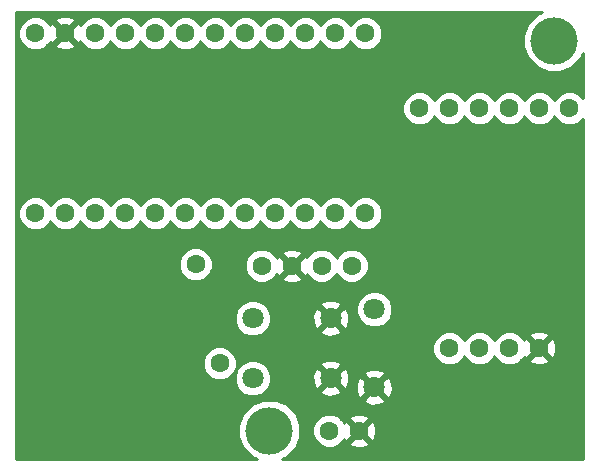
<source format=gbr>
G04 #@! TF.FileFunction,Copper,L2,Bot,Signal*
%FSLAX46Y46*%
G04 Gerber Fmt 4.6, Leading zero omitted, Abs format (unit mm)*
G04 Created by KiCad (PCBNEW 4.0.5+dfsg1-4) date Sun Aug 27 14:42:39 2017*
%MOMM*%
%LPD*%
G01*
G04 APERTURE LIST*
%ADD10C,0.100000*%
%ADD11C,1.600000*%
%ADD12C,1.800000*%
%ADD13C,4.000000*%
%ADD14C,0.254000*%
G04 APERTURE END LIST*
D10*
D11*
X208915000Y-115570000D03*
X211455000Y-115570000D03*
X213995000Y-115570000D03*
X216535000Y-115570000D03*
X213995000Y-95250000D03*
X216535000Y-95250000D03*
X219075000Y-95250000D03*
X208915000Y-95250000D03*
X206375000Y-95250000D03*
X211455000Y-95250000D03*
X187452000Y-108458000D03*
X189484000Y-116840000D03*
D12*
X198882000Y-118110000D03*
X192278000Y-118110000D03*
D11*
X201803000Y-104140000D03*
X199263000Y-104140000D03*
X201803000Y-88900000D03*
X196723000Y-104140000D03*
X194183000Y-104140000D03*
X191643000Y-104140000D03*
X189103000Y-104140000D03*
X186563000Y-104140000D03*
X184023000Y-104140000D03*
X181483000Y-104140000D03*
X178943000Y-104140000D03*
X176403000Y-104140000D03*
X173863000Y-104140000D03*
X199263000Y-88900000D03*
X196723000Y-88900000D03*
X194183000Y-88900000D03*
X191643000Y-88900000D03*
X189103000Y-88900000D03*
X186563000Y-88900000D03*
X184023000Y-88900000D03*
X181483000Y-88900000D03*
X178943000Y-88900000D03*
X176403000Y-88900000D03*
X173863000Y-88900000D03*
D12*
X198882000Y-113030000D03*
X192278000Y-113030000D03*
X202565000Y-112268000D03*
X202565000Y-118872000D03*
D11*
X201295000Y-122555000D03*
X198755000Y-122555000D03*
X195580000Y-108585000D03*
X198120000Y-108585000D03*
X193040000Y-108585000D03*
X200660000Y-108585000D03*
D13*
X193675000Y-122555000D03*
X217805000Y-89535000D03*
D14*
G36*
X216314342Y-87299853D02*
X215572458Y-88040443D01*
X215170458Y-89008567D01*
X215169543Y-90056834D01*
X215569853Y-91025658D01*
X216310443Y-91767542D01*
X217278567Y-92169542D01*
X218326834Y-92170457D01*
X219295658Y-91770147D01*
X220037542Y-91029557D01*
X220218000Y-90594966D01*
X220218000Y-94363827D01*
X219888923Y-94034176D01*
X219361691Y-93815250D01*
X218790813Y-93814752D01*
X218263200Y-94032757D01*
X217859176Y-94436077D01*
X217805138Y-94566215D01*
X217752243Y-94438200D01*
X217348923Y-94034176D01*
X216821691Y-93815250D01*
X216250813Y-93814752D01*
X215723200Y-94032757D01*
X215319176Y-94436077D01*
X215265138Y-94566215D01*
X215212243Y-94438200D01*
X214808923Y-94034176D01*
X214281691Y-93815250D01*
X213710813Y-93814752D01*
X213183200Y-94032757D01*
X212779176Y-94436077D01*
X212725138Y-94566215D01*
X212672243Y-94438200D01*
X212268923Y-94034176D01*
X211741691Y-93815250D01*
X211170813Y-93814752D01*
X210643200Y-94032757D01*
X210239176Y-94436077D01*
X210185138Y-94566215D01*
X210132243Y-94438200D01*
X209728923Y-94034176D01*
X209201691Y-93815250D01*
X208630813Y-93814752D01*
X208103200Y-94032757D01*
X207699176Y-94436077D01*
X207645138Y-94566215D01*
X207592243Y-94438200D01*
X207188923Y-94034176D01*
X206661691Y-93815250D01*
X206090813Y-93814752D01*
X205563200Y-94032757D01*
X205159176Y-94436077D01*
X204940250Y-94963309D01*
X204939752Y-95534187D01*
X205157757Y-96061800D01*
X205561077Y-96465824D01*
X206088309Y-96684750D01*
X206659187Y-96685248D01*
X207186800Y-96467243D01*
X207590824Y-96063923D01*
X207644862Y-95933785D01*
X207697757Y-96061800D01*
X208101077Y-96465824D01*
X208628309Y-96684750D01*
X209199187Y-96685248D01*
X209726800Y-96467243D01*
X210130824Y-96063923D01*
X210184862Y-95933785D01*
X210237757Y-96061800D01*
X210641077Y-96465824D01*
X211168309Y-96684750D01*
X211739187Y-96685248D01*
X212266800Y-96467243D01*
X212670824Y-96063923D01*
X212724862Y-95933785D01*
X212777757Y-96061800D01*
X213181077Y-96465824D01*
X213708309Y-96684750D01*
X214279187Y-96685248D01*
X214806800Y-96467243D01*
X215210824Y-96063923D01*
X215264862Y-95933785D01*
X215317757Y-96061800D01*
X215721077Y-96465824D01*
X216248309Y-96684750D01*
X216819187Y-96685248D01*
X217346800Y-96467243D01*
X217750824Y-96063923D01*
X217804862Y-95933785D01*
X217857757Y-96061800D01*
X218261077Y-96465824D01*
X218788309Y-96684750D01*
X219359187Y-96685248D01*
X219886800Y-96467243D01*
X220218000Y-96136620D01*
X220218000Y-124968000D01*
X194735221Y-124968000D01*
X195165658Y-124790147D01*
X195907542Y-124049557D01*
X196309542Y-123081433D01*
X196309753Y-122839187D01*
X197319752Y-122839187D01*
X197537757Y-123366800D01*
X197941077Y-123770824D01*
X198468309Y-123989750D01*
X199039187Y-123990248D01*
X199566800Y-123772243D01*
X199776663Y-123562745D01*
X200466861Y-123562745D01*
X200540995Y-123808864D01*
X201078223Y-124001965D01*
X201648454Y-123974778D01*
X202049005Y-123808864D01*
X202123139Y-123562745D01*
X201295000Y-122734605D01*
X200466861Y-123562745D01*
X199776663Y-123562745D01*
X199970824Y-123368923D01*
X200018448Y-123254232D01*
X200041136Y-123309005D01*
X200287255Y-123383139D01*
X201115395Y-122555000D01*
X201474605Y-122555000D01*
X202302745Y-123383139D01*
X202548864Y-123309005D01*
X202741965Y-122771777D01*
X202714778Y-122201546D01*
X202548864Y-121800995D01*
X202302745Y-121726861D01*
X201474605Y-122555000D01*
X201115395Y-122555000D01*
X200287255Y-121726861D01*
X200041136Y-121800995D01*
X200020195Y-121859254D01*
X199972243Y-121743200D01*
X199776640Y-121547255D01*
X200466861Y-121547255D01*
X201295000Y-122375395D01*
X202123139Y-121547255D01*
X202049005Y-121301136D01*
X201511777Y-121108035D01*
X200941546Y-121135222D01*
X200540995Y-121301136D01*
X200466861Y-121547255D01*
X199776640Y-121547255D01*
X199568923Y-121339176D01*
X199041691Y-121120250D01*
X198470813Y-121119752D01*
X197943200Y-121337757D01*
X197539176Y-121741077D01*
X197320250Y-122268309D01*
X197319752Y-122839187D01*
X196309753Y-122839187D01*
X196310457Y-122033166D01*
X195910147Y-121064342D01*
X195169557Y-120322458D01*
X194277778Y-119952159D01*
X201664446Y-119952159D01*
X201750852Y-120208643D01*
X202324336Y-120418458D01*
X202934460Y-120392839D01*
X203379148Y-120208643D01*
X203465554Y-119952159D01*
X202565000Y-119051605D01*
X201664446Y-119952159D01*
X194277778Y-119952159D01*
X194201433Y-119920458D01*
X193153166Y-119919543D01*
X192184342Y-120319853D01*
X191442458Y-121060443D01*
X191040458Y-122028567D01*
X191039543Y-123076834D01*
X191439853Y-124045658D01*
X192180443Y-124787542D01*
X192615034Y-124968000D01*
X172212000Y-124968000D01*
X172212000Y-118413991D01*
X190742735Y-118413991D01*
X190975932Y-118978371D01*
X191407357Y-119410551D01*
X191971330Y-119644733D01*
X192581991Y-119645265D01*
X193146371Y-119412068D01*
X193368668Y-119190159D01*
X197981446Y-119190159D01*
X198067852Y-119446643D01*
X198641336Y-119656458D01*
X199251460Y-119630839D01*
X199696148Y-119446643D01*
X199782554Y-119190159D01*
X198882000Y-118289605D01*
X197981446Y-119190159D01*
X193368668Y-119190159D01*
X193578551Y-118980643D01*
X193812733Y-118416670D01*
X193813209Y-117869336D01*
X197335542Y-117869336D01*
X197361161Y-118479460D01*
X197545357Y-118924148D01*
X197801841Y-119010554D01*
X198702395Y-118110000D01*
X199061605Y-118110000D01*
X199962159Y-119010554D01*
X200218643Y-118924148D01*
X200325771Y-118631336D01*
X201018542Y-118631336D01*
X201044161Y-119241460D01*
X201228357Y-119686148D01*
X201484841Y-119772554D01*
X202385395Y-118872000D01*
X202744605Y-118872000D01*
X203645159Y-119772554D01*
X203901643Y-119686148D01*
X204111458Y-119112664D01*
X204085839Y-118502540D01*
X203901643Y-118057852D01*
X203645159Y-117971446D01*
X202744605Y-118872000D01*
X202385395Y-118872000D01*
X201484841Y-117971446D01*
X201228357Y-118057852D01*
X201018542Y-118631336D01*
X200325771Y-118631336D01*
X200428458Y-118350664D01*
X200404994Y-117791841D01*
X201664446Y-117791841D01*
X202565000Y-118692395D01*
X203465554Y-117791841D01*
X203379148Y-117535357D01*
X202805664Y-117325542D01*
X202195540Y-117351161D01*
X201750852Y-117535357D01*
X201664446Y-117791841D01*
X200404994Y-117791841D01*
X200402839Y-117740540D01*
X200218643Y-117295852D01*
X199962159Y-117209446D01*
X199061605Y-118110000D01*
X198702395Y-118110000D01*
X197801841Y-117209446D01*
X197545357Y-117295852D01*
X197335542Y-117869336D01*
X193813209Y-117869336D01*
X193813265Y-117806009D01*
X193580068Y-117241629D01*
X193368650Y-117029841D01*
X197981446Y-117029841D01*
X198882000Y-117930395D01*
X199782554Y-117029841D01*
X199696148Y-116773357D01*
X199122664Y-116563542D01*
X198512540Y-116589161D01*
X198067852Y-116773357D01*
X197981446Y-117029841D01*
X193368650Y-117029841D01*
X193148643Y-116809449D01*
X192584670Y-116575267D01*
X191974009Y-116574735D01*
X191409629Y-116807932D01*
X190977449Y-117239357D01*
X190743267Y-117803330D01*
X190742735Y-118413991D01*
X172212000Y-118413991D01*
X172212000Y-117124187D01*
X188048752Y-117124187D01*
X188266757Y-117651800D01*
X188670077Y-118055824D01*
X189197309Y-118274750D01*
X189768187Y-118275248D01*
X190295800Y-118057243D01*
X190699824Y-117653923D01*
X190918750Y-117126691D01*
X190919248Y-116555813D01*
X190701243Y-116028200D01*
X190527534Y-115854187D01*
X207479752Y-115854187D01*
X207697757Y-116381800D01*
X208101077Y-116785824D01*
X208628309Y-117004750D01*
X209199187Y-117005248D01*
X209726800Y-116787243D01*
X210130824Y-116383923D01*
X210184862Y-116253785D01*
X210237757Y-116381800D01*
X210641077Y-116785824D01*
X211168309Y-117004750D01*
X211739187Y-117005248D01*
X212266800Y-116787243D01*
X212670824Y-116383923D01*
X212724862Y-116253785D01*
X212777757Y-116381800D01*
X213181077Y-116785824D01*
X213708309Y-117004750D01*
X214279187Y-117005248D01*
X214806800Y-116787243D01*
X215016663Y-116577745D01*
X215706861Y-116577745D01*
X215780995Y-116823864D01*
X216318223Y-117016965D01*
X216888454Y-116989778D01*
X217289005Y-116823864D01*
X217363139Y-116577745D01*
X216535000Y-115749605D01*
X215706861Y-116577745D01*
X215016663Y-116577745D01*
X215210824Y-116383923D01*
X215258448Y-116269232D01*
X215281136Y-116324005D01*
X215527255Y-116398139D01*
X216355395Y-115570000D01*
X216714605Y-115570000D01*
X217542745Y-116398139D01*
X217788864Y-116324005D01*
X217981965Y-115786777D01*
X217954778Y-115216546D01*
X217788864Y-114815995D01*
X217542745Y-114741861D01*
X216714605Y-115570000D01*
X216355395Y-115570000D01*
X215527255Y-114741861D01*
X215281136Y-114815995D01*
X215260195Y-114874254D01*
X215212243Y-114758200D01*
X215016640Y-114562255D01*
X215706861Y-114562255D01*
X216535000Y-115390395D01*
X217363139Y-114562255D01*
X217289005Y-114316136D01*
X216751777Y-114123035D01*
X216181546Y-114150222D01*
X215780995Y-114316136D01*
X215706861Y-114562255D01*
X215016640Y-114562255D01*
X214808923Y-114354176D01*
X214281691Y-114135250D01*
X213710813Y-114134752D01*
X213183200Y-114352757D01*
X212779176Y-114756077D01*
X212725138Y-114886215D01*
X212672243Y-114758200D01*
X212268923Y-114354176D01*
X211741691Y-114135250D01*
X211170813Y-114134752D01*
X210643200Y-114352757D01*
X210239176Y-114756077D01*
X210185138Y-114886215D01*
X210132243Y-114758200D01*
X209728923Y-114354176D01*
X209201691Y-114135250D01*
X208630813Y-114134752D01*
X208103200Y-114352757D01*
X207699176Y-114756077D01*
X207480250Y-115283309D01*
X207479752Y-115854187D01*
X190527534Y-115854187D01*
X190297923Y-115624176D01*
X189770691Y-115405250D01*
X189199813Y-115404752D01*
X188672200Y-115622757D01*
X188268176Y-116026077D01*
X188049250Y-116553309D01*
X188048752Y-117124187D01*
X172212000Y-117124187D01*
X172212000Y-113333991D01*
X190742735Y-113333991D01*
X190975932Y-113898371D01*
X191407357Y-114330551D01*
X191971330Y-114564733D01*
X192581991Y-114565265D01*
X193146371Y-114332068D01*
X193368668Y-114110159D01*
X197981446Y-114110159D01*
X198067852Y-114366643D01*
X198641336Y-114576458D01*
X199251460Y-114550839D01*
X199696148Y-114366643D01*
X199782554Y-114110159D01*
X198882000Y-113209605D01*
X197981446Y-114110159D01*
X193368668Y-114110159D01*
X193578551Y-113900643D01*
X193812733Y-113336670D01*
X193813209Y-112789336D01*
X197335542Y-112789336D01*
X197361161Y-113399460D01*
X197545357Y-113844148D01*
X197801841Y-113930554D01*
X198702395Y-113030000D01*
X199061605Y-113030000D01*
X199962159Y-113930554D01*
X200218643Y-113844148D01*
X200428458Y-113270664D01*
X200402839Y-112660540D01*
X200366161Y-112571991D01*
X201029735Y-112571991D01*
X201262932Y-113136371D01*
X201694357Y-113568551D01*
X202258330Y-113802733D01*
X202868991Y-113803265D01*
X203433371Y-113570068D01*
X203865551Y-113138643D01*
X204099733Y-112574670D01*
X204100265Y-111964009D01*
X203867068Y-111399629D01*
X203435643Y-110967449D01*
X202871670Y-110733267D01*
X202261009Y-110732735D01*
X201696629Y-110965932D01*
X201264449Y-111397357D01*
X201030267Y-111961330D01*
X201029735Y-112571991D01*
X200366161Y-112571991D01*
X200218643Y-112215852D01*
X199962159Y-112129446D01*
X199061605Y-113030000D01*
X198702395Y-113030000D01*
X197801841Y-112129446D01*
X197545357Y-112215852D01*
X197335542Y-112789336D01*
X193813209Y-112789336D01*
X193813265Y-112726009D01*
X193580068Y-112161629D01*
X193368650Y-111949841D01*
X197981446Y-111949841D01*
X198882000Y-112850395D01*
X199782554Y-111949841D01*
X199696148Y-111693357D01*
X199122664Y-111483542D01*
X198512540Y-111509161D01*
X198067852Y-111693357D01*
X197981446Y-111949841D01*
X193368650Y-111949841D01*
X193148643Y-111729449D01*
X192584670Y-111495267D01*
X191974009Y-111494735D01*
X191409629Y-111727932D01*
X190977449Y-112159357D01*
X190743267Y-112723330D01*
X190742735Y-113333991D01*
X172212000Y-113333991D01*
X172212000Y-108742187D01*
X186016752Y-108742187D01*
X186234757Y-109269800D01*
X186638077Y-109673824D01*
X187165309Y-109892750D01*
X187736187Y-109893248D01*
X188263800Y-109675243D01*
X188667824Y-109271923D01*
X188835054Y-108869187D01*
X191604752Y-108869187D01*
X191822757Y-109396800D01*
X192226077Y-109800824D01*
X192753309Y-110019750D01*
X193324187Y-110020248D01*
X193851800Y-109802243D01*
X194061663Y-109592745D01*
X194751861Y-109592745D01*
X194825995Y-109838864D01*
X195363223Y-110031965D01*
X195933454Y-110004778D01*
X196334005Y-109838864D01*
X196408139Y-109592745D01*
X195580000Y-108764605D01*
X194751861Y-109592745D01*
X194061663Y-109592745D01*
X194255824Y-109398923D01*
X194303448Y-109284232D01*
X194326136Y-109339005D01*
X194572255Y-109413139D01*
X195400395Y-108585000D01*
X195759605Y-108585000D01*
X196587745Y-109413139D01*
X196833864Y-109339005D01*
X196854805Y-109280746D01*
X196902757Y-109396800D01*
X197306077Y-109800824D01*
X197833309Y-110019750D01*
X198404187Y-110020248D01*
X198931800Y-109802243D01*
X199335824Y-109398923D01*
X199389862Y-109268785D01*
X199442757Y-109396800D01*
X199846077Y-109800824D01*
X200373309Y-110019750D01*
X200944187Y-110020248D01*
X201471800Y-109802243D01*
X201875824Y-109398923D01*
X202094750Y-108871691D01*
X202095248Y-108300813D01*
X201877243Y-107773200D01*
X201473923Y-107369176D01*
X200946691Y-107150250D01*
X200375813Y-107149752D01*
X199848200Y-107367757D01*
X199444176Y-107771077D01*
X199390138Y-107901215D01*
X199337243Y-107773200D01*
X198933923Y-107369176D01*
X198406691Y-107150250D01*
X197835813Y-107149752D01*
X197308200Y-107367757D01*
X196904176Y-107771077D01*
X196856552Y-107885768D01*
X196833864Y-107830995D01*
X196587745Y-107756861D01*
X195759605Y-108585000D01*
X195400395Y-108585000D01*
X194572255Y-107756861D01*
X194326136Y-107830995D01*
X194305195Y-107889254D01*
X194257243Y-107773200D01*
X194061640Y-107577255D01*
X194751861Y-107577255D01*
X195580000Y-108405395D01*
X196408139Y-107577255D01*
X196334005Y-107331136D01*
X195796777Y-107138035D01*
X195226546Y-107165222D01*
X194825995Y-107331136D01*
X194751861Y-107577255D01*
X194061640Y-107577255D01*
X193853923Y-107369176D01*
X193326691Y-107150250D01*
X192755813Y-107149752D01*
X192228200Y-107367757D01*
X191824176Y-107771077D01*
X191605250Y-108298309D01*
X191604752Y-108869187D01*
X188835054Y-108869187D01*
X188886750Y-108744691D01*
X188887248Y-108173813D01*
X188669243Y-107646200D01*
X188265923Y-107242176D01*
X187738691Y-107023250D01*
X187167813Y-107022752D01*
X186640200Y-107240757D01*
X186236176Y-107644077D01*
X186017250Y-108171309D01*
X186016752Y-108742187D01*
X172212000Y-108742187D01*
X172212000Y-104424187D01*
X172427752Y-104424187D01*
X172645757Y-104951800D01*
X173049077Y-105355824D01*
X173576309Y-105574750D01*
X174147187Y-105575248D01*
X174674800Y-105357243D01*
X175078824Y-104953923D01*
X175132862Y-104823785D01*
X175185757Y-104951800D01*
X175589077Y-105355824D01*
X176116309Y-105574750D01*
X176687187Y-105575248D01*
X177214800Y-105357243D01*
X177618824Y-104953923D01*
X177672862Y-104823785D01*
X177725757Y-104951800D01*
X178129077Y-105355824D01*
X178656309Y-105574750D01*
X179227187Y-105575248D01*
X179754800Y-105357243D01*
X180158824Y-104953923D01*
X180212862Y-104823785D01*
X180265757Y-104951800D01*
X180669077Y-105355824D01*
X181196309Y-105574750D01*
X181767187Y-105575248D01*
X182294800Y-105357243D01*
X182698824Y-104953923D01*
X182752862Y-104823785D01*
X182805757Y-104951800D01*
X183209077Y-105355824D01*
X183736309Y-105574750D01*
X184307187Y-105575248D01*
X184834800Y-105357243D01*
X185238824Y-104953923D01*
X185292862Y-104823785D01*
X185345757Y-104951800D01*
X185749077Y-105355824D01*
X186276309Y-105574750D01*
X186847187Y-105575248D01*
X187374800Y-105357243D01*
X187778824Y-104953923D01*
X187832862Y-104823785D01*
X187885757Y-104951800D01*
X188289077Y-105355824D01*
X188816309Y-105574750D01*
X189387187Y-105575248D01*
X189914800Y-105357243D01*
X190318824Y-104953923D01*
X190372862Y-104823785D01*
X190425757Y-104951800D01*
X190829077Y-105355824D01*
X191356309Y-105574750D01*
X191927187Y-105575248D01*
X192454800Y-105357243D01*
X192858824Y-104953923D01*
X192912862Y-104823785D01*
X192965757Y-104951800D01*
X193369077Y-105355824D01*
X193896309Y-105574750D01*
X194467187Y-105575248D01*
X194994800Y-105357243D01*
X195398824Y-104953923D01*
X195452862Y-104823785D01*
X195505757Y-104951800D01*
X195909077Y-105355824D01*
X196436309Y-105574750D01*
X197007187Y-105575248D01*
X197534800Y-105357243D01*
X197938824Y-104953923D01*
X197992862Y-104823785D01*
X198045757Y-104951800D01*
X198449077Y-105355824D01*
X198976309Y-105574750D01*
X199547187Y-105575248D01*
X200074800Y-105357243D01*
X200478824Y-104953923D01*
X200532862Y-104823785D01*
X200585757Y-104951800D01*
X200989077Y-105355824D01*
X201516309Y-105574750D01*
X202087187Y-105575248D01*
X202614800Y-105357243D01*
X203018824Y-104953923D01*
X203237750Y-104426691D01*
X203238248Y-103855813D01*
X203020243Y-103328200D01*
X202616923Y-102924176D01*
X202089691Y-102705250D01*
X201518813Y-102704752D01*
X200991200Y-102922757D01*
X200587176Y-103326077D01*
X200533138Y-103456215D01*
X200480243Y-103328200D01*
X200076923Y-102924176D01*
X199549691Y-102705250D01*
X198978813Y-102704752D01*
X198451200Y-102922757D01*
X198047176Y-103326077D01*
X197993138Y-103456215D01*
X197940243Y-103328200D01*
X197536923Y-102924176D01*
X197009691Y-102705250D01*
X196438813Y-102704752D01*
X195911200Y-102922757D01*
X195507176Y-103326077D01*
X195453138Y-103456215D01*
X195400243Y-103328200D01*
X194996923Y-102924176D01*
X194469691Y-102705250D01*
X193898813Y-102704752D01*
X193371200Y-102922757D01*
X192967176Y-103326077D01*
X192913138Y-103456215D01*
X192860243Y-103328200D01*
X192456923Y-102924176D01*
X191929691Y-102705250D01*
X191358813Y-102704752D01*
X190831200Y-102922757D01*
X190427176Y-103326077D01*
X190373138Y-103456215D01*
X190320243Y-103328200D01*
X189916923Y-102924176D01*
X189389691Y-102705250D01*
X188818813Y-102704752D01*
X188291200Y-102922757D01*
X187887176Y-103326077D01*
X187833138Y-103456215D01*
X187780243Y-103328200D01*
X187376923Y-102924176D01*
X186849691Y-102705250D01*
X186278813Y-102704752D01*
X185751200Y-102922757D01*
X185347176Y-103326077D01*
X185293138Y-103456215D01*
X185240243Y-103328200D01*
X184836923Y-102924176D01*
X184309691Y-102705250D01*
X183738813Y-102704752D01*
X183211200Y-102922757D01*
X182807176Y-103326077D01*
X182753138Y-103456215D01*
X182700243Y-103328200D01*
X182296923Y-102924176D01*
X181769691Y-102705250D01*
X181198813Y-102704752D01*
X180671200Y-102922757D01*
X180267176Y-103326077D01*
X180213138Y-103456215D01*
X180160243Y-103328200D01*
X179756923Y-102924176D01*
X179229691Y-102705250D01*
X178658813Y-102704752D01*
X178131200Y-102922757D01*
X177727176Y-103326077D01*
X177673138Y-103456215D01*
X177620243Y-103328200D01*
X177216923Y-102924176D01*
X176689691Y-102705250D01*
X176118813Y-102704752D01*
X175591200Y-102922757D01*
X175187176Y-103326077D01*
X175133138Y-103456215D01*
X175080243Y-103328200D01*
X174676923Y-102924176D01*
X174149691Y-102705250D01*
X173578813Y-102704752D01*
X173051200Y-102922757D01*
X172647176Y-103326077D01*
X172428250Y-103853309D01*
X172427752Y-104424187D01*
X172212000Y-104424187D01*
X172212000Y-89184187D01*
X172427752Y-89184187D01*
X172645757Y-89711800D01*
X173049077Y-90115824D01*
X173576309Y-90334750D01*
X174147187Y-90335248D01*
X174674800Y-90117243D01*
X174884663Y-89907745D01*
X175574861Y-89907745D01*
X175648995Y-90153864D01*
X176186223Y-90346965D01*
X176756454Y-90319778D01*
X177157005Y-90153864D01*
X177231139Y-89907745D01*
X176403000Y-89079605D01*
X175574861Y-89907745D01*
X174884663Y-89907745D01*
X175078824Y-89713923D01*
X175126448Y-89599232D01*
X175149136Y-89654005D01*
X175395255Y-89728139D01*
X176223395Y-88900000D01*
X176582605Y-88900000D01*
X177410745Y-89728139D01*
X177656864Y-89654005D01*
X177677805Y-89595746D01*
X177725757Y-89711800D01*
X178129077Y-90115824D01*
X178656309Y-90334750D01*
X179227187Y-90335248D01*
X179754800Y-90117243D01*
X180158824Y-89713923D01*
X180212862Y-89583785D01*
X180265757Y-89711800D01*
X180669077Y-90115824D01*
X181196309Y-90334750D01*
X181767187Y-90335248D01*
X182294800Y-90117243D01*
X182698824Y-89713923D01*
X182752862Y-89583785D01*
X182805757Y-89711800D01*
X183209077Y-90115824D01*
X183736309Y-90334750D01*
X184307187Y-90335248D01*
X184834800Y-90117243D01*
X185238824Y-89713923D01*
X185292862Y-89583785D01*
X185345757Y-89711800D01*
X185749077Y-90115824D01*
X186276309Y-90334750D01*
X186847187Y-90335248D01*
X187374800Y-90117243D01*
X187778824Y-89713923D01*
X187832862Y-89583785D01*
X187885757Y-89711800D01*
X188289077Y-90115824D01*
X188816309Y-90334750D01*
X189387187Y-90335248D01*
X189914800Y-90117243D01*
X190318824Y-89713923D01*
X190372862Y-89583785D01*
X190425757Y-89711800D01*
X190829077Y-90115824D01*
X191356309Y-90334750D01*
X191927187Y-90335248D01*
X192454800Y-90117243D01*
X192858824Y-89713923D01*
X192912862Y-89583785D01*
X192965757Y-89711800D01*
X193369077Y-90115824D01*
X193896309Y-90334750D01*
X194467187Y-90335248D01*
X194994800Y-90117243D01*
X195398824Y-89713923D01*
X195452862Y-89583785D01*
X195505757Y-89711800D01*
X195909077Y-90115824D01*
X196436309Y-90334750D01*
X197007187Y-90335248D01*
X197534800Y-90117243D01*
X197938824Y-89713923D01*
X197992862Y-89583785D01*
X198045757Y-89711800D01*
X198449077Y-90115824D01*
X198976309Y-90334750D01*
X199547187Y-90335248D01*
X200074800Y-90117243D01*
X200478824Y-89713923D01*
X200532862Y-89583785D01*
X200585757Y-89711800D01*
X200989077Y-90115824D01*
X201516309Y-90334750D01*
X202087187Y-90335248D01*
X202614800Y-90117243D01*
X203018824Y-89713923D01*
X203237750Y-89186691D01*
X203238248Y-88615813D01*
X203020243Y-88088200D01*
X202616923Y-87684176D01*
X202089691Y-87465250D01*
X201518813Y-87464752D01*
X200991200Y-87682757D01*
X200587176Y-88086077D01*
X200533138Y-88216215D01*
X200480243Y-88088200D01*
X200076923Y-87684176D01*
X199549691Y-87465250D01*
X198978813Y-87464752D01*
X198451200Y-87682757D01*
X198047176Y-88086077D01*
X197993138Y-88216215D01*
X197940243Y-88088200D01*
X197536923Y-87684176D01*
X197009691Y-87465250D01*
X196438813Y-87464752D01*
X195911200Y-87682757D01*
X195507176Y-88086077D01*
X195453138Y-88216215D01*
X195400243Y-88088200D01*
X194996923Y-87684176D01*
X194469691Y-87465250D01*
X193898813Y-87464752D01*
X193371200Y-87682757D01*
X192967176Y-88086077D01*
X192913138Y-88216215D01*
X192860243Y-88088200D01*
X192456923Y-87684176D01*
X191929691Y-87465250D01*
X191358813Y-87464752D01*
X190831200Y-87682757D01*
X190427176Y-88086077D01*
X190373138Y-88216215D01*
X190320243Y-88088200D01*
X189916923Y-87684176D01*
X189389691Y-87465250D01*
X188818813Y-87464752D01*
X188291200Y-87682757D01*
X187887176Y-88086077D01*
X187833138Y-88216215D01*
X187780243Y-88088200D01*
X187376923Y-87684176D01*
X186849691Y-87465250D01*
X186278813Y-87464752D01*
X185751200Y-87682757D01*
X185347176Y-88086077D01*
X185293138Y-88216215D01*
X185240243Y-88088200D01*
X184836923Y-87684176D01*
X184309691Y-87465250D01*
X183738813Y-87464752D01*
X183211200Y-87682757D01*
X182807176Y-88086077D01*
X182753138Y-88216215D01*
X182700243Y-88088200D01*
X182296923Y-87684176D01*
X181769691Y-87465250D01*
X181198813Y-87464752D01*
X180671200Y-87682757D01*
X180267176Y-88086077D01*
X180213138Y-88216215D01*
X180160243Y-88088200D01*
X179756923Y-87684176D01*
X179229691Y-87465250D01*
X178658813Y-87464752D01*
X178131200Y-87682757D01*
X177727176Y-88086077D01*
X177679552Y-88200768D01*
X177656864Y-88145995D01*
X177410745Y-88071861D01*
X176582605Y-88900000D01*
X176223395Y-88900000D01*
X175395255Y-88071861D01*
X175149136Y-88145995D01*
X175128195Y-88204254D01*
X175080243Y-88088200D01*
X174884640Y-87892255D01*
X175574861Y-87892255D01*
X176403000Y-88720395D01*
X177231139Y-87892255D01*
X177157005Y-87646136D01*
X176619777Y-87453035D01*
X176049546Y-87480222D01*
X175648995Y-87646136D01*
X175574861Y-87892255D01*
X174884640Y-87892255D01*
X174676923Y-87684176D01*
X174149691Y-87465250D01*
X173578813Y-87464752D01*
X173051200Y-87682757D01*
X172647176Y-88086077D01*
X172428250Y-88613309D01*
X172427752Y-89184187D01*
X172212000Y-89184187D01*
X172212000Y-87122000D01*
X216744779Y-87122000D01*
X216314342Y-87299853D01*
X216314342Y-87299853D01*
G37*
X216314342Y-87299853D02*
X215572458Y-88040443D01*
X215170458Y-89008567D01*
X215169543Y-90056834D01*
X215569853Y-91025658D01*
X216310443Y-91767542D01*
X217278567Y-92169542D01*
X218326834Y-92170457D01*
X219295658Y-91770147D01*
X220037542Y-91029557D01*
X220218000Y-90594966D01*
X220218000Y-94363827D01*
X219888923Y-94034176D01*
X219361691Y-93815250D01*
X218790813Y-93814752D01*
X218263200Y-94032757D01*
X217859176Y-94436077D01*
X217805138Y-94566215D01*
X217752243Y-94438200D01*
X217348923Y-94034176D01*
X216821691Y-93815250D01*
X216250813Y-93814752D01*
X215723200Y-94032757D01*
X215319176Y-94436077D01*
X215265138Y-94566215D01*
X215212243Y-94438200D01*
X214808923Y-94034176D01*
X214281691Y-93815250D01*
X213710813Y-93814752D01*
X213183200Y-94032757D01*
X212779176Y-94436077D01*
X212725138Y-94566215D01*
X212672243Y-94438200D01*
X212268923Y-94034176D01*
X211741691Y-93815250D01*
X211170813Y-93814752D01*
X210643200Y-94032757D01*
X210239176Y-94436077D01*
X210185138Y-94566215D01*
X210132243Y-94438200D01*
X209728923Y-94034176D01*
X209201691Y-93815250D01*
X208630813Y-93814752D01*
X208103200Y-94032757D01*
X207699176Y-94436077D01*
X207645138Y-94566215D01*
X207592243Y-94438200D01*
X207188923Y-94034176D01*
X206661691Y-93815250D01*
X206090813Y-93814752D01*
X205563200Y-94032757D01*
X205159176Y-94436077D01*
X204940250Y-94963309D01*
X204939752Y-95534187D01*
X205157757Y-96061800D01*
X205561077Y-96465824D01*
X206088309Y-96684750D01*
X206659187Y-96685248D01*
X207186800Y-96467243D01*
X207590824Y-96063923D01*
X207644862Y-95933785D01*
X207697757Y-96061800D01*
X208101077Y-96465824D01*
X208628309Y-96684750D01*
X209199187Y-96685248D01*
X209726800Y-96467243D01*
X210130824Y-96063923D01*
X210184862Y-95933785D01*
X210237757Y-96061800D01*
X210641077Y-96465824D01*
X211168309Y-96684750D01*
X211739187Y-96685248D01*
X212266800Y-96467243D01*
X212670824Y-96063923D01*
X212724862Y-95933785D01*
X212777757Y-96061800D01*
X213181077Y-96465824D01*
X213708309Y-96684750D01*
X214279187Y-96685248D01*
X214806800Y-96467243D01*
X215210824Y-96063923D01*
X215264862Y-95933785D01*
X215317757Y-96061800D01*
X215721077Y-96465824D01*
X216248309Y-96684750D01*
X216819187Y-96685248D01*
X217346800Y-96467243D01*
X217750824Y-96063923D01*
X217804862Y-95933785D01*
X217857757Y-96061800D01*
X218261077Y-96465824D01*
X218788309Y-96684750D01*
X219359187Y-96685248D01*
X219886800Y-96467243D01*
X220218000Y-96136620D01*
X220218000Y-124968000D01*
X194735221Y-124968000D01*
X195165658Y-124790147D01*
X195907542Y-124049557D01*
X196309542Y-123081433D01*
X196309753Y-122839187D01*
X197319752Y-122839187D01*
X197537757Y-123366800D01*
X197941077Y-123770824D01*
X198468309Y-123989750D01*
X199039187Y-123990248D01*
X199566800Y-123772243D01*
X199776663Y-123562745D01*
X200466861Y-123562745D01*
X200540995Y-123808864D01*
X201078223Y-124001965D01*
X201648454Y-123974778D01*
X202049005Y-123808864D01*
X202123139Y-123562745D01*
X201295000Y-122734605D01*
X200466861Y-123562745D01*
X199776663Y-123562745D01*
X199970824Y-123368923D01*
X200018448Y-123254232D01*
X200041136Y-123309005D01*
X200287255Y-123383139D01*
X201115395Y-122555000D01*
X201474605Y-122555000D01*
X202302745Y-123383139D01*
X202548864Y-123309005D01*
X202741965Y-122771777D01*
X202714778Y-122201546D01*
X202548864Y-121800995D01*
X202302745Y-121726861D01*
X201474605Y-122555000D01*
X201115395Y-122555000D01*
X200287255Y-121726861D01*
X200041136Y-121800995D01*
X200020195Y-121859254D01*
X199972243Y-121743200D01*
X199776640Y-121547255D01*
X200466861Y-121547255D01*
X201295000Y-122375395D01*
X202123139Y-121547255D01*
X202049005Y-121301136D01*
X201511777Y-121108035D01*
X200941546Y-121135222D01*
X200540995Y-121301136D01*
X200466861Y-121547255D01*
X199776640Y-121547255D01*
X199568923Y-121339176D01*
X199041691Y-121120250D01*
X198470813Y-121119752D01*
X197943200Y-121337757D01*
X197539176Y-121741077D01*
X197320250Y-122268309D01*
X197319752Y-122839187D01*
X196309753Y-122839187D01*
X196310457Y-122033166D01*
X195910147Y-121064342D01*
X195169557Y-120322458D01*
X194277778Y-119952159D01*
X201664446Y-119952159D01*
X201750852Y-120208643D01*
X202324336Y-120418458D01*
X202934460Y-120392839D01*
X203379148Y-120208643D01*
X203465554Y-119952159D01*
X202565000Y-119051605D01*
X201664446Y-119952159D01*
X194277778Y-119952159D01*
X194201433Y-119920458D01*
X193153166Y-119919543D01*
X192184342Y-120319853D01*
X191442458Y-121060443D01*
X191040458Y-122028567D01*
X191039543Y-123076834D01*
X191439853Y-124045658D01*
X192180443Y-124787542D01*
X192615034Y-124968000D01*
X172212000Y-124968000D01*
X172212000Y-118413991D01*
X190742735Y-118413991D01*
X190975932Y-118978371D01*
X191407357Y-119410551D01*
X191971330Y-119644733D01*
X192581991Y-119645265D01*
X193146371Y-119412068D01*
X193368668Y-119190159D01*
X197981446Y-119190159D01*
X198067852Y-119446643D01*
X198641336Y-119656458D01*
X199251460Y-119630839D01*
X199696148Y-119446643D01*
X199782554Y-119190159D01*
X198882000Y-118289605D01*
X197981446Y-119190159D01*
X193368668Y-119190159D01*
X193578551Y-118980643D01*
X193812733Y-118416670D01*
X193813209Y-117869336D01*
X197335542Y-117869336D01*
X197361161Y-118479460D01*
X197545357Y-118924148D01*
X197801841Y-119010554D01*
X198702395Y-118110000D01*
X199061605Y-118110000D01*
X199962159Y-119010554D01*
X200218643Y-118924148D01*
X200325771Y-118631336D01*
X201018542Y-118631336D01*
X201044161Y-119241460D01*
X201228357Y-119686148D01*
X201484841Y-119772554D01*
X202385395Y-118872000D01*
X202744605Y-118872000D01*
X203645159Y-119772554D01*
X203901643Y-119686148D01*
X204111458Y-119112664D01*
X204085839Y-118502540D01*
X203901643Y-118057852D01*
X203645159Y-117971446D01*
X202744605Y-118872000D01*
X202385395Y-118872000D01*
X201484841Y-117971446D01*
X201228357Y-118057852D01*
X201018542Y-118631336D01*
X200325771Y-118631336D01*
X200428458Y-118350664D01*
X200404994Y-117791841D01*
X201664446Y-117791841D01*
X202565000Y-118692395D01*
X203465554Y-117791841D01*
X203379148Y-117535357D01*
X202805664Y-117325542D01*
X202195540Y-117351161D01*
X201750852Y-117535357D01*
X201664446Y-117791841D01*
X200404994Y-117791841D01*
X200402839Y-117740540D01*
X200218643Y-117295852D01*
X199962159Y-117209446D01*
X199061605Y-118110000D01*
X198702395Y-118110000D01*
X197801841Y-117209446D01*
X197545357Y-117295852D01*
X197335542Y-117869336D01*
X193813209Y-117869336D01*
X193813265Y-117806009D01*
X193580068Y-117241629D01*
X193368650Y-117029841D01*
X197981446Y-117029841D01*
X198882000Y-117930395D01*
X199782554Y-117029841D01*
X199696148Y-116773357D01*
X199122664Y-116563542D01*
X198512540Y-116589161D01*
X198067852Y-116773357D01*
X197981446Y-117029841D01*
X193368650Y-117029841D01*
X193148643Y-116809449D01*
X192584670Y-116575267D01*
X191974009Y-116574735D01*
X191409629Y-116807932D01*
X190977449Y-117239357D01*
X190743267Y-117803330D01*
X190742735Y-118413991D01*
X172212000Y-118413991D01*
X172212000Y-117124187D01*
X188048752Y-117124187D01*
X188266757Y-117651800D01*
X188670077Y-118055824D01*
X189197309Y-118274750D01*
X189768187Y-118275248D01*
X190295800Y-118057243D01*
X190699824Y-117653923D01*
X190918750Y-117126691D01*
X190919248Y-116555813D01*
X190701243Y-116028200D01*
X190527534Y-115854187D01*
X207479752Y-115854187D01*
X207697757Y-116381800D01*
X208101077Y-116785824D01*
X208628309Y-117004750D01*
X209199187Y-117005248D01*
X209726800Y-116787243D01*
X210130824Y-116383923D01*
X210184862Y-116253785D01*
X210237757Y-116381800D01*
X210641077Y-116785824D01*
X211168309Y-117004750D01*
X211739187Y-117005248D01*
X212266800Y-116787243D01*
X212670824Y-116383923D01*
X212724862Y-116253785D01*
X212777757Y-116381800D01*
X213181077Y-116785824D01*
X213708309Y-117004750D01*
X214279187Y-117005248D01*
X214806800Y-116787243D01*
X215016663Y-116577745D01*
X215706861Y-116577745D01*
X215780995Y-116823864D01*
X216318223Y-117016965D01*
X216888454Y-116989778D01*
X217289005Y-116823864D01*
X217363139Y-116577745D01*
X216535000Y-115749605D01*
X215706861Y-116577745D01*
X215016663Y-116577745D01*
X215210824Y-116383923D01*
X215258448Y-116269232D01*
X215281136Y-116324005D01*
X215527255Y-116398139D01*
X216355395Y-115570000D01*
X216714605Y-115570000D01*
X217542745Y-116398139D01*
X217788864Y-116324005D01*
X217981965Y-115786777D01*
X217954778Y-115216546D01*
X217788864Y-114815995D01*
X217542745Y-114741861D01*
X216714605Y-115570000D01*
X216355395Y-115570000D01*
X215527255Y-114741861D01*
X215281136Y-114815995D01*
X215260195Y-114874254D01*
X215212243Y-114758200D01*
X215016640Y-114562255D01*
X215706861Y-114562255D01*
X216535000Y-115390395D01*
X217363139Y-114562255D01*
X217289005Y-114316136D01*
X216751777Y-114123035D01*
X216181546Y-114150222D01*
X215780995Y-114316136D01*
X215706861Y-114562255D01*
X215016640Y-114562255D01*
X214808923Y-114354176D01*
X214281691Y-114135250D01*
X213710813Y-114134752D01*
X213183200Y-114352757D01*
X212779176Y-114756077D01*
X212725138Y-114886215D01*
X212672243Y-114758200D01*
X212268923Y-114354176D01*
X211741691Y-114135250D01*
X211170813Y-114134752D01*
X210643200Y-114352757D01*
X210239176Y-114756077D01*
X210185138Y-114886215D01*
X210132243Y-114758200D01*
X209728923Y-114354176D01*
X209201691Y-114135250D01*
X208630813Y-114134752D01*
X208103200Y-114352757D01*
X207699176Y-114756077D01*
X207480250Y-115283309D01*
X207479752Y-115854187D01*
X190527534Y-115854187D01*
X190297923Y-115624176D01*
X189770691Y-115405250D01*
X189199813Y-115404752D01*
X188672200Y-115622757D01*
X188268176Y-116026077D01*
X188049250Y-116553309D01*
X188048752Y-117124187D01*
X172212000Y-117124187D01*
X172212000Y-113333991D01*
X190742735Y-113333991D01*
X190975932Y-113898371D01*
X191407357Y-114330551D01*
X191971330Y-114564733D01*
X192581991Y-114565265D01*
X193146371Y-114332068D01*
X193368668Y-114110159D01*
X197981446Y-114110159D01*
X198067852Y-114366643D01*
X198641336Y-114576458D01*
X199251460Y-114550839D01*
X199696148Y-114366643D01*
X199782554Y-114110159D01*
X198882000Y-113209605D01*
X197981446Y-114110159D01*
X193368668Y-114110159D01*
X193578551Y-113900643D01*
X193812733Y-113336670D01*
X193813209Y-112789336D01*
X197335542Y-112789336D01*
X197361161Y-113399460D01*
X197545357Y-113844148D01*
X197801841Y-113930554D01*
X198702395Y-113030000D01*
X199061605Y-113030000D01*
X199962159Y-113930554D01*
X200218643Y-113844148D01*
X200428458Y-113270664D01*
X200402839Y-112660540D01*
X200366161Y-112571991D01*
X201029735Y-112571991D01*
X201262932Y-113136371D01*
X201694357Y-113568551D01*
X202258330Y-113802733D01*
X202868991Y-113803265D01*
X203433371Y-113570068D01*
X203865551Y-113138643D01*
X204099733Y-112574670D01*
X204100265Y-111964009D01*
X203867068Y-111399629D01*
X203435643Y-110967449D01*
X202871670Y-110733267D01*
X202261009Y-110732735D01*
X201696629Y-110965932D01*
X201264449Y-111397357D01*
X201030267Y-111961330D01*
X201029735Y-112571991D01*
X200366161Y-112571991D01*
X200218643Y-112215852D01*
X199962159Y-112129446D01*
X199061605Y-113030000D01*
X198702395Y-113030000D01*
X197801841Y-112129446D01*
X197545357Y-112215852D01*
X197335542Y-112789336D01*
X193813209Y-112789336D01*
X193813265Y-112726009D01*
X193580068Y-112161629D01*
X193368650Y-111949841D01*
X197981446Y-111949841D01*
X198882000Y-112850395D01*
X199782554Y-111949841D01*
X199696148Y-111693357D01*
X199122664Y-111483542D01*
X198512540Y-111509161D01*
X198067852Y-111693357D01*
X197981446Y-111949841D01*
X193368650Y-111949841D01*
X193148643Y-111729449D01*
X192584670Y-111495267D01*
X191974009Y-111494735D01*
X191409629Y-111727932D01*
X190977449Y-112159357D01*
X190743267Y-112723330D01*
X190742735Y-113333991D01*
X172212000Y-113333991D01*
X172212000Y-108742187D01*
X186016752Y-108742187D01*
X186234757Y-109269800D01*
X186638077Y-109673824D01*
X187165309Y-109892750D01*
X187736187Y-109893248D01*
X188263800Y-109675243D01*
X188667824Y-109271923D01*
X188835054Y-108869187D01*
X191604752Y-108869187D01*
X191822757Y-109396800D01*
X192226077Y-109800824D01*
X192753309Y-110019750D01*
X193324187Y-110020248D01*
X193851800Y-109802243D01*
X194061663Y-109592745D01*
X194751861Y-109592745D01*
X194825995Y-109838864D01*
X195363223Y-110031965D01*
X195933454Y-110004778D01*
X196334005Y-109838864D01*
X196408139Y-109592745D01*
X195580000Y-108764605D01*
X194751861Y-109592745D01*
X194061663Y-109592745D01*
X194255824Y-109398923D01*
X194303448Y-109284232D01*
X194326136Y-109339005D01*
X194572255Y-109413139D01*
X195400395Y-108585000D01*
X195759605Y-108585000D01*
X196587745Y-109413139D01*
X196833864Y-109339005D01*
X196854805Y-109280746D01*
X196902757Y-109396800D01*
X197306077Y-109800824D01*
X197833309Y-110019750D01*
X198404187Y-110020248D01*
X198931800Y-109802243D01*
X199335824Y-109398923D01*
X199389862Y-109268785D01*
X199442757Y-109396800D01*
X199846077Y-109800824D01*
X200373309Y-110019750D01*
X200944187Y-110020248D01*
X201471800Y-109802243D01*
X201875824Y-109398923D01*
X202094750Y-108871691D01*
X202095248Y-108300813D01*
X201877243Y-107773200D01*
X201473923Y-107369176D01*
X200946691Y-107150250D01*
X200375813Y-107149752D01*
X199848200Y-107367757D01*
X199444176Y-107771077D01*
X199390138Y-107901215D01*
X199337243Y-107773200D01*
X198933923Y-107369176D01*
X198406691Y-107150250D01*
X197835813Y-107149752D01*
X197308200Y-107367757D01*
X196904176Y-107771077D01*
X196856552Y-107885768D01*
X196833864Y-107830995D01*
X196587745Y-107756861D01*
X195759605Y-108585000D01*
X195400395Y-108585000D01*
X194572255Y-107756861D01*
X194326136Y-107830995D01*
X194305195Y-107889254D01*
X194257243Y-107773200D01*
X194061640Y-107577255D01*
X194751861Y-107577255D01*
X195580000Y-108405395D01*
X196408139Y-107577255D01*
X196334005Y-107331136D01*
X195796777Y-107138035D01*
X195226546Y-107165222D01*
X194825995Y-107331136D01*
X194751861Y-107577255D01*
X194061640Y-107577255D01*
X193853923Y-107369176D01*
X193326691Y-107150250D01*
X192755813Y-107149752D01*
X192228200Y-107367757D01*
X191824176Y-107771077D01*
X191605250Y-108298309D01*
X191604752Y-108869187D01*
X188835054Y-108869187D01*
X188886750Y-108744691D01*
X188887248Y-108173813D01*
X188669243Y-107646200D01*
X188265923Y-107242176D01*
X187738691Y-107023250D01*
X187167813Y-107022752D01*
X186640200Y-107240757D01*
X186236176Y-107644077D01*
X186017250Y-108171309D01*
X186016752Y-108742187D01*
X172212000Y-108742187D01*
X172212000Y-104424187D01*
X172427752Y-104424187D01*
X172645757Y-104951800D01*
X173049077Y-105355824D01*
X173576309Y-105574750D01*
X174147187Y-105575248D01*
X174674800Y-105357243D01*
X175078824Y-104953923D01*
X175132862Y-104823785D01*
X175185757Y-104951800D01*
X175589077Y-105355824D01*
X176116309Y-105574750D01*
X176687187Y-105575248D01*
X177214800Y-105357243D01*
X177618824Y-104953923D01*
X177672862Y-104823785D01*
X177725757Y-104951800D01*
X178129077Y-105355824D01*
X178656309Y-105574750D01*
X179227187Y-105575248D01*
X179754800Y-105357243D01*
X180158824Y-104953923D01*
X180212862Y-104823785D01*
X180265757Y-104951800D01*
X180669077Y-105355824D01*
X181196309Y-105574750D01*
X181767187Y-105575248D01*
X182294800Y-105357243D01*
X182698824Y-104953923D01*
X182752862Y-104823785D01*
X182805757Y-104951800D01*
X183209077Y-105355824D01*
X183736309Y-105574750D01*
X184307187Y-105575248D01*
X184834800Y-105357243D01*
X185238824Y-104953923D01*
X185292862Y-104823785D01*
X185345757Y-104951800D01*
X185749077Y-105355824D01*
X186276309Y-105574750D01*
X186847187Y-105575248D01*
X187374800Y-105357243D01*
X187778824Y-104953923D01*
X187832862Y-104823785D01*
X187885757Y-104951800D01*
X188289077Y-105355824D01*
X188816309Y-105574750D01*
X189387187Y-105575248D01*
X189914800Y-105357243D01*
X190318824Y-104953923D01*
X190372862Y-104823785D01*
X190425757Y-104951800D01*
X190829077Y-105355824D01*
X191356309Y-105574750D01*
X191927187Y-105575248D01*
X192454800Y-105357243D01*
X192858824Y-104953923D01*
X192912862Y-104823785D01*
X192965757Y-104951800D01*
X193369077Y-105355824D01*
X193896309Y-105574750D01*
X194467187Y-105575248D01*
X194994800Y-105357243D01*
X195398824Y-104953923D01*
X195452862Y-104823785D01*
X195505757Y-104951800D01*
X195909077Y-105355824D01*
X196436309Y-105574750D01*
X197007187Y-105575248D01*
X197534800Y-105357243D01*
X197938824Y-104953923D01*
X197992862Y-104823785D01*
X198045757Y-104951800D01*
X198449077Y-105355824D01*
X198976309Y-105574750D01*
X199547187Y-105575248D01*
X200074800Y-105357243D01*
X200478824Y-104953923D01*
X200532862Y-104823785D01*
X200585757Y-104951800D01*
X200989077Y-105355824D01*
X201516309Y-105574750D01*
X202087187Y-105575248D01*
X202614800Y-105357243D01*
X203018824Y-104953923D01*
X203237750Y-104426691D01*
X203238248Y-103855813D01*
X203020243Y-103328200D01*
X202616923Y-102924176D01*
X202089691Y-102705250D01*
X201518813Y-102704752D01*
X200991200Y-102922757D01*
X200587176Y-103326077D01*
X200533138Y-103456215D01*
X200480243Y-103328200D01*
X200076923Y-102924176D01*
X199549691Y-102705250D01*
X198978813Y-102704752D01*
X198451200Y-102922757D01*
X198047176Y-103326077D01*
X197993138Y-103456215D01*
X197940243Y-103328200D01*
X197536923Y-102924176D01*
X197009691Y-102705250D01*
X196438813Y-102704752D01*
X195911200Y-102922757D01*
X195507176Y-103326077D01*
X195453138Y-103456215D01*
X195400243Y-103328200D01*
X194996923Y-102924176D01*
X194469691Y-102705250D01*
X193898813Y-102704752D01*
X193371200Y-102922757D01*
X192967176Y-103326077D01*
X192913138Y-103456215D01*
X192860243Y-103328200D01*
X192456923Y-102924176D01*
X191929691Y-102705250D01*
X191358813Y-102704752D01*
X190831200Y-102922757D01*
X190427176Y-103326077D01*
X190373138Y-103456215D01*
X190320243Y-103328200D01*
X189916923Y-102924176D01*
X189389691Y-102705250D01*
X188818813Y-102704752D01*
X188291200Y-102922757D01*
X187887176Y-103326077D01*
X187833138Y-103456215D01*
X187780243Y-103328200D01*
X187376923Y-102924176D01*
X186849691Y-102705250D01*
X186278813Y-102704752D01*
X185751200Y-102922757D01*
X185347176Y-103326077D01*
X185293138Y-103456215D01*
X185240243Y-103328200D01*
X184836923Y-102924176D01*
X184309691Y-102705250D01*
X183738813Y-102704752D01*
X183211200Y-102922757D01*
X182807176Y-103326077D01*
X182753138Y-103456215D01*
X182700243Y-103328200D01*
X182296923Y-102924176D01*
X181769691Y-102705250D01*
X181198813Y-102704752D01*
X180671200Y-102922757D01*
X180267176Y-103326077D01*
X180213138Y-103456215D01*
X180160243Y-103328200D01*
X179756923Y-102924176D01*
X179229691Y-102705250D01*
X178658813Y-102704752D01*
X178131200Y-102922757D01*
X177727176Y-103326077D01*
X177673138Y-103456215D01*
X177620243Y-103328200D01*
X177216923Y-102924176D01*
X176689691Y-102705250D01*
X176118813Y-102704752D01*
X175591200Y-102922757D01*
X175187176Y-103326077D01*
X175133138Y-103456215D01*
X175080243Y-103328200D01*
X174676923Y-102924176D01*
X174149691Y-102705250D01*
X173578813Y-102704752D01*
X173051200Y-102922757D01*
X172647176Y-103326077D01*
X172428250Y-103853309D01*
X172427752Y-104424187D01*
X172212000Y-104424187D01*
X172212000Y-89184187D01*
X172427752Y-89184187D01*
X172645757Y-89711800D01*
X173049077Y-90115824D01*
X173576309Y-90334750D01*
X174147187Y-90335248D01*
X174674800Y-90117243D01*
X174884663Y-89907745D01*
X175574861Y-89907745D01*
X175648995Y-90153864D01*
X176186223Y-90346965D01*
X176756454Y-90319778D01*
X177157005Y-90153864D01*
X177231139Y-89907745D01*
X176403000Y-89079605D01*
X175574861Y-89907745D01*
X174884663Y-89907745D01*
X175078824Y-89713923D01*
X175126448Y-89599232D01*
X175149136Y-89654005D01*
X175395255Y-89728139D01*
X176223395Y-88900000D01*
X176582605Y-88900000D01*
X177410745Y-89728139D01*
X177656864Y-89654005D01*
X177677805Y-89595746D01*
X177725757Y-89711800D01*
X178129077Y-90115824D01*
X178656309Y-90334750D01*
X179227187Y-90335248D01*
X179754800Y-90117243D01*
X180158824Y-89713923D01*
X180212862Y-89583785D01*
X180265757Y-89711800D01*
X180669077Y-90115824D01*
X181196309Y-90334750D01*
X181767187Y-90335248D01*
X182294800Y-90117243D01*
X182698824Y-89713923D01*
X182752862Y-89583785D01*
X182805757Y-89711800D01*
X183209077Y-90115824D01*
X183736309Y-90334750D01*
X184307187Y-90335248D01*
X184834800Y-90117243D01*
X185238824Y-89713923D01*
X185292862Y-89583785D01*
X185345757Y-89711800D01*
X185749077Y-90115824D01*
X186276309Y-90334750D01*
X186847187Y-90335248D01*
X187374800Y-90117243D01*
X187778824Y-89713923D01*
X187832862Y-89583785D01*
X187885757Y-89711800D01*
X188289077Y-90115824D01*
X188816309Y-90334750D01*
X189387187Y-90335248D01*
X189914800Y-90117243D01*
X190318824Y-89713923D01*
X190372862Y-89583785D01*
X190425757Y-89711800D01*
X190829077Y-90115824D01*
X191356309Y-90334750D01*
X191927187Y-90335248D01*
X192454800Y-90117243D01*
X192858824Y-89713923D01*
X192912862Y-89583785D01*
X192965757Y-89711800D01*
X193369077Y-90115824D01*
X193896309Y-90334750D01*
X194467187Y-90335248D01*
X194994800Y-90117243D01*
X195398824Y-89713923D01*
X195452862Y-89583785D01*
X195505757Y-89711800D01*
X195909077Y-90115824D01*
X196436309Y-90334750D01*
X197007187Y-90335248D01*
X197534800Y-90117243D01*
X197938824Y-89713923D01*
X197992862Y-89583785D01*
X198045757Y-89711800D01*
X198449077Y-90115824D01*
X198976309Y-90334750D01*
X199547187Y-90335248D01*
X200074800Y-90117243D01*
X200478824Y-89713923D01*
X200532862Y-89583785D01*
X200585757Y-89711800D01*
X200989077Y-90115824D01*
X201516309Y-90334750D01*
X202087187Y-90335248D01*
X202614800Y-90117243D01*
X203018824Y-89713923D01*
X203237750Y-89186691D01*
X203238248Y-88615813D01*
X203020243Y-88088200D01*
X202616923Y-87684176D01*
X202089691Y-87465250D01*
X201518813Y-87464752D01*
X200991200Y-87682757D01*
X200587176Y-88086077D01*
X200533138Y-88216215D01*
X200480243Y-88088200D01*
X200076923Y-87684176D01*
X199549691Y-87465250D01*
X198978813Y-87464752D01*
X198451200Y-87682757D01*
X198047176Y-88086077D01*
X197993138Y-88216215D01*
X197940243Y-88088200D01*
X197536923Y-87684176D01*
X197009691Y-87465250D01*
X196438813Y-87464752D01*
X195911200Y-87682757D01*
X195507176Y-88086077D01*
X195453138Y-88216215D01*
X195400243Y-88088200D01*
X194996923Y-87684176D01*
X194469691Y-87465250D01*
X193898813Y-87464752D01*
X193371200Y-87682757D01*
X192967176Y-88086077D01*
X192913138Y-88216215D01*
X192860243Y-88088200D01*
X192456923Y-87684176D01*
X191929691Y-87465250D01*
X191358813Y-87464752D01*
X190831200Y-87682757D01*
X190427176Y-88086077D01*
X190373138Y-88216215D01*
X190320243Y-88088200D01*
X189916923Y-87684176D01*
X189389691Y-87465250D01*
X188818813Y-87464752D01*
X188291200Y-87682757D01*
X187887176Y-88086077D01*
X187833138Y-88216215D01*
X187780243Y-88088200D01*
X187376923Y-87684176D01*
X186849691Y-87465250D01*
X186278813Y-87464752D01*
X185751200Y-87682757D01*
X185347176Y-88086077D01*
X185293138Y-88216215D01*
X185240243Y-88088200D01*
X184836923Y-87684176D01*
X184309691Y-87465250D01*
X183738813Y-87464752D01*
X183211200Y-87682757D01*
X182807176Y-88086077D01*
X182753138Y-88216215D01*
X182700243Y-88088200D01*
X182296923Y-87684176D01*
X181769691Y-87465250D01*
X181198813Y-87464752D01*
X180671200Y-87682757D01*
X180267176Y-88086077D01*
X180213138Y-88216215D01*
X180160243Y-88088200D01*
X179756923Y-87684176D01*
X179229691Y-87465250D01*
X178658813Y-87464752D01*
X178131200Y-87682757D01*
X177727176Y-88086077D01*
X177679552Y-88200768D01*
X177656864Y-88145995D01*
X177410745Y-88071861D01*
X176582605Y-88900000D01*
X176223395Y-88900000D01*
X175395255Y-88071861D01*
X175149136Y-88145995D01*
X175128195Y-88204254D01*
X175080243Y-88088200D01*
X174884640Y-87892255D01*
X175574861Y-87892255D01*
X176403000Y-88720395D01*
X177231139Y-87892255D01*
X177157005Y-87646136D01*
X176619777Y-87453035D01*
X176049546Y-87480222D01*
X175648995Y-87646136D01*
X175574861Y-87892255D01*
X174884640Y-87892255D01*
X174676923Y-87684176D01*
X174149691Y-87465250D01*
X173578813Y-87464752D01*
X173051200Y-87682757D01*
X172647176Y-88086077D01*
X172428250Y-88613309D01*
X172427752Y-89184187D01*
X172212000Y-89184187D01*
X172212000Y-87122000D01*
X216744779Y-87122000D01*
X216314342Y-87299853D01*
M02*

</source>
